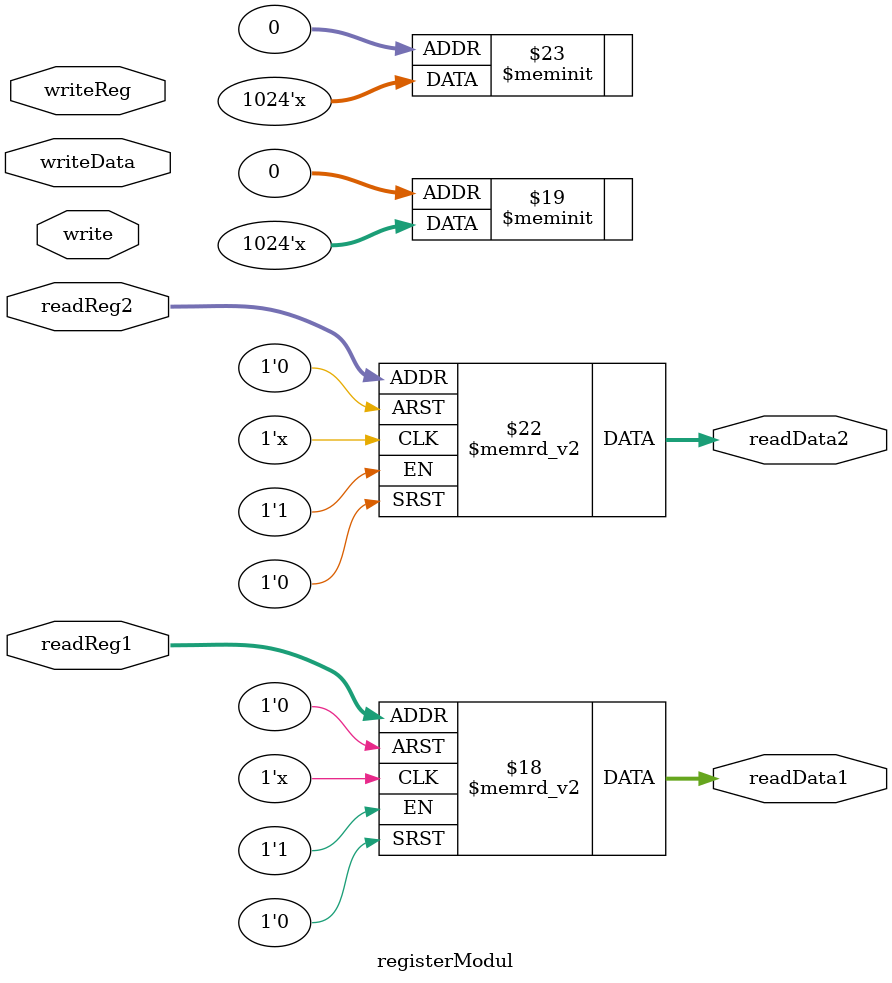
<source format=v>
module registerModul(input [4:0] readReg1,readReg2,writeReg,
							input [31:0] writeData,
							input write,
							output reg [31:0] readData1,readData2);

	// Declare rMem file 32 register 32 bit 
	reg [31:0] rMem [0:31];
	
	//verilen registerların içeriğini outpulara yaz
	always @(readReg1 or readReg2 or writeReg or writeData or write)
	begin
		readData1 = rMem[readReg1];
		readData2 = rMem[readReg2];
		
		if(write == 1) begin
			rMem[writeReg] <= writeData;	
		end		
		
	end	
endmodule 
</source>
